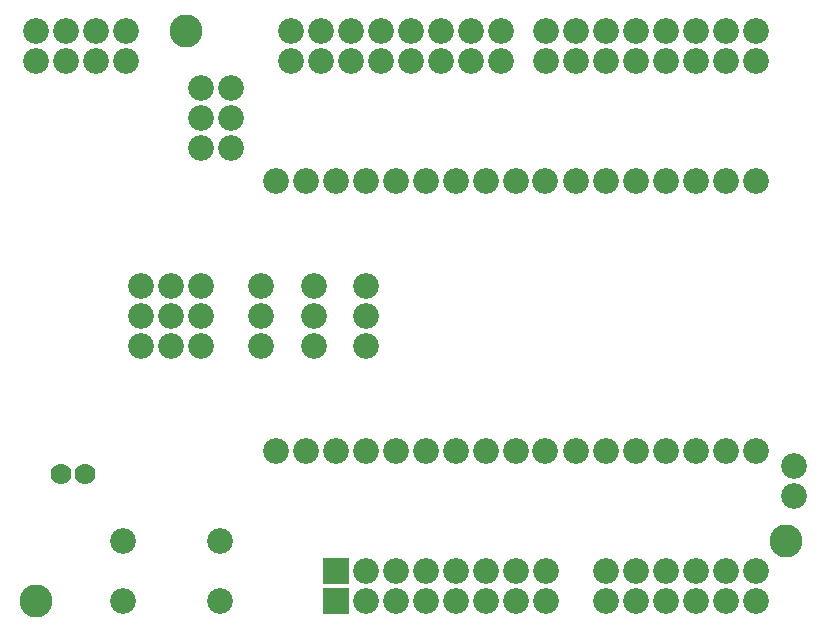
<source format=gbr>
G04 GERBER ASCII OUTPUT FROM: EDWINXP (VER. 1.61 REV. 20080915)*
G04 GERBER FORMAT: RX-274-X*
G04 BOARD: AMICUS_BLUETOOTH_SHIELD*
G04 ARTWORK OF SOLD.MASK POSITIVE*
%ASAXBY*%
%FSLAX23Y23*%
%MIA0B0*%
%MOIN*%
%OFA0.0000B0.0000*%
%SFA1B1*%
%IJA0B0*%
%INLAYER30POS*%
%IOA0B0*%
%IPPOS*%
%IR0*%
G04 APERTURE MACROS*
%AMEDWDONUT*
1,1,$1,$2,$3*
1,0,$4,$2,$3*
%
%AMEDWFRECT*
20,1,$1,$2,$3,$4,$5,$6*
%
%AMEDWORECT*
20,1,$1,$2,$3,$4,$5,$10*
20,1,$1,$4,$5,$6,$7,$10*
20,1,$1,$6,$7,$8,$9,$10*
20,1,$1,$8,$9,$2,$3,$10*
1,1,$1,$2,$3*
1,1,$1,$4,$5*
1,1,$1,$6,$7*
1,1,$1,$8,$9*
%
%AMEDWLINER*
20,1,$1,$2,$3,$4,$5,$6*
1,1,$1,$2,$3*
1,1,$1,$4,$5*
%
%AMEDWFTRNG*
4,1,3,$1,$2,$3,$4,$5,$6,$7,$8,$9*
%
%AMEDWATRNG*
4,1,3,$1,$2,$3,$4,$5,$6,$7,$8,$9*
20,1,$11,$1,$2,$3,$4,$10*
20,1,$11,$3,$4,$5,$6,$10*
20,1,$11,$5,$6,$7,$8,$10*
1,1,$11,$3,$4*
1,1,$11,$5,$6*
1,1,$11,$7,$8*
%
%AMEDWOTRNG*
20,1,$1,$2,$3,$4,$5,$8*
20,1,$1,$4,$5,$6,$7,$8*
20,1,$1,$6,$7,$2,$3,$8*
1,1,$1,$2,$3*
1,1,$1,$4,$5*
1,1,$1,$6,$7*
%
G04*
G04 APERTURE LIST*
%ADD10R,0.0500X0.0580*%
%ADD11R,0.0740X0.0820*%
%ADD12R,0.0400X0.0480*%
%ADD13R,0.0640X0.0720*%
%ADD14R,0.04724X0.05906*%
%ADD15R,0.07124X0.08306*%
%ADD16R,0.03937X0.05118*%
%ADD17R,0.06337X0.07518*%
%ADD18R,0.0860X0.0860*%
%ADD19R,0.1100X0.1100*%
%ADD20R,0.0700X0.0700*%
%ADD21R,0.0940X0.0940*%
%ADD22R,0.0700X0.0650*%
%ADD23R,0.0940X0.0890*%
%ADD24R,0.0600X0.0550*%
%ADD25R,0.0840X0.0790*%
%ADD26R,0.0650X0.0700*%
%ADD27R,0.0890X0.0940*%
%ADD28R,0.0550X0.0600*%
%ADD29R,0.0790X0.0840*%
%ADD30C,0.00039*%
%ADD32C,0.0010*%
%ADD34C,0.00118*%
%ADD36C,0.0020*%
%ADD37R,0.0020X0.0020*%
%ADD38C,0.0030*%
%ADD39R,0.0030X0.0030*%
%ADD40C,0.0040*%
%ADD41R,0.0040X0.0040*%
%ADD42C,0.00472*%
%ADD44C,0.0050*%
%ADD45R,0.0050X0.0050*%
%ADD46C,0.00512*%
%ADD47R,0.00512X0.00512*%
%ADD48C,0.00551*%
%ADD49R,0.00551X0.00551*%
%ADD50C,0.00591*%
%ADD51R,0.00591X0.00591*%
%ADD52C,0.00659*%
%ADD53R,0.00659X0.00659*%
%ADD54C,0.00787*%
%ADD55R,0.00787X0.00787*%
%ADD56C,0.00799*%
%ADD58C,0.0080*%
%ADD60C,0.00984*%
%ADD61R,0.00984X0.00984*%
%ADD62C,0.0100*%
%ADD63R,0.0100X0.0100*%
%ADD64C,0.01181*%
%ADD66C,0.0120*%
%ADD68C,0.0130*%
%ADD70C,0.0150*%
%ADD71R,0.0150X0.0150*%
%ADD72C,0.0160*%
%ADD74C,0.01969*%
%ADD75R,0.01969X0.01969*%
%ADD76C,0.0215*%
%ADD77R,0.0215X0.0215*%
%ADD78C,0.0215*%
%ADD79R,0.0215X0.0215*%
%ADD80C,0.02362*%
%ADD81R,0.02362X0.02362*%
%ADD82C,0.0240*%
%ADD83R,0.0240X0.0240*%
%ADD84C,0.0240*%
%ADD85R,0.0240X0.0240*%
%ADD86C,0.0250*%
%ADD87R,0.0250X0.0250*%
%ADD88C,0.0290*%
%ADD89R,0.0290X0.0290*%
%ADD90C,0.02912*%
%ADD91R,0.02912X0.02912*%
%ADD92C,0.02951*%
%ADD93R,0.02951X0.02951*%
%ADD94C,0.02991*%
%ADD95R,0.02991X0.02991*%
%ADD96C,0.0300*%
%ADD97R,0.0300X0.0300*%
%ADD98C,0.03059*%
%ADD99R,0.03059X0.03059*%
%ADD100C,0.03199*%
%ADD101R,0.03199X0.03199*%
%ADD102C,0.0320*%
%ADD103R,0.0320X0.0320*%
%ADD104C,0.0350*%
%ADD105R,0.0350X0.0350*%
%ADD106C,0.03581*%
%ADD108C,0.0360*%
%ADD110C,0.0370*%
%ADD112C,0.0390*%
%ADD113R,0.0390X0.0390*%
%ADD114C,0.03937*%
%ADD115R,0.03937X0.03937*%
%ADD116C,0.0400*%
%ADD117R,0.0400X0.0400*%
%ADD118C,0.04173*%
%ADD119R,0.04173X0.04173*%
%ADD120C,0.04299*%
%ADD121R,0.04299X0.04299*%
%ADD122C,0.0430*%
%ADD123R,0.0430X0.0430*%
%ADD124C,0.0450*%
%ADD125R,0.0450X0.0450*%
%ADD126C,0.0470*%
%ADD127R,0.0470X0.0470*%
%ADD128C,0.04724*%
%ADD129R,0.04724X0.04724*%
%ADD130C,0.04762*%
%ADD131R,0.04762X0.04762*%
%ADD132C,0.0490*%
%ADD133R,0.0490X0.0490*%
%ADD134C,0.0500*%
%ADD135R,0.0500X0.0500*%
%ADD136C,0.05118*%
%ADD137R,0.05118X0.05118*%
%ADD138C,0.0560*%
%ADD139R,0.0560X0.0560*%
%ADD140C,0.0570*%
%ADD141R,0.0570X0.0570*%
%ADD142C,0.0590*%
%ADD143R,0.0590X0.0590*%
%ADD144C,0.05906*%
%ADD145R,0.05906X0.05906*%
%ADD146C,0.0600*%
%ADD147R,0.0600X0.0600*%
%ADD148C,0.0620*%
%ADD149R,0.0620X0.0620*%
%ADD150C,0.06201*%
%ADD151R,0.06201X0.06201*%
%ADD152C,0.06337*%
%ADD153R,0.06337X0.06337*%
%ADD154C,0.0650*%
%ADD155R,0.0650X0.0650*%
%ADD156C,0.06693*%
%ADD157R,0.06693X0.06693*%
%ADD158C,0.06699*%
%ADD159R,0.06699X0.06699*%
%ADD160C,0.0670*%
%ADD161R,0.0670X0.0670*%
%ADD162C,0.0690*%
%ADD163R,0.0690X0.0690*%
%ADD164C,0.06906*%
%ADD165R,0.06906X0.06906*%
%ADD166C,0.0700*%
%ADD167R,0.0700X0.0700*%
%ADD168C,0.0710*%
%ADD169R,0.0710X0.0710*%
%ADD170C,0.07124*%
%ADD171R,0.07124X0.07124*%
%ADD172C,0.0740*%
%ADD173R,0.0740X0.0740*%
%ADD174C,0.0750*%
%ADD175R,0.0750X0.0750*%
%ADD176C,0.07598*%
%ADD178C,0.0760*%
%ADD180C,0.07874*%
%ADD182C,0.0800*%
%ADD183R,0.0800X0.0800*%
%ADD184C,0.0810*%
%ADD185R,0.0810X0.0810*%
%ADD186C,0.08306*%
%ADD187R,0.08306X0.08306*%
%ADD188C,0.0840*%
%ADD189R,0.0840X0.0840*%
%ADD190C,0.08598*%
%ADD192C,0.0860*%
%ADD193R,0.0860X0.0860*%
%ADD194C,0.08601*%
%ADD195R,0.08601X0.08601*%
%ADD196C,0.0870*%
%ADD197R,0.0870X0.0870*%
%ADD198C,0.0890*%
%ADD199R,0.0890X0.0890*%
%ADD200C,0.0900*%
%ADD201R,0.0900X0.0900*%
%ADD202C,0.09093*%
%ADD203R,0.09093X0.09093*%
%ADD204C,0.0940*%
%ADD205R,0.0940X0.0940*%
%ADD206C,0.0970*%
%ADD207R,0.0970X0.0970*%
%ADD208C,0.09843*%
%ADD209R,0.09843X0.09843*%
%ADD210C,0.0990*%
%ADD211R,0.0990X0.0990*%
%ADD212C,0.09998*%
%ADD214C,0.1000*%
%ADD215R,0.1000X0.1000*%
%ADD216C,0.10274*%
%ADD218C,0.1040*%
%ADD219R,0.1040X0.1040*%
%ADD220C,0.10998*%
%ADD222C,0.1100*%
%ADD223R,0.1100X0.1100*%
%ADD224C,0.1110*%
%ADD225R,0.1110X0.1110*%
%ADD226C,0.1120*%
%ADD227R,0.1120X0.1120*%
%ADD228C,0.1140*%
%ADD229R,0.1140X0.1140*%
%ADD230C,0.1150*%
%ADD231R,0.1150X0.1150*%
%ADD232C,0.1200*%
%ADD233R,0.1200X0.1200*%
%ADD234C,0.1210*%
%ADD235R,0.1210X0.1210*%
%ADD236C,0.1240*%
%ADD237R,0.1240X0.1240*%
%ADD238C,0.1250*%
%ADD239R,0.1250X0.1250*%
%ADD240C,0.12992*%
%ADD241R,0.12992X0.12992*%
%ADD242C,0.1300*%
%ADD243R,0.1300X0.1300*%
%ADD244C,0.1340*%
%ADD245R,0.1340X0.1340*%
%ADD246C,0.1390*%
%ADD247R,0.1390X0.1390*%
%ADD248C,0.1420*%
%ADD249R,0.1420X0.1420*%
%ADD250C,0.1440*%
%ADD251R,0.1440X0.1440*%
%ADD252C,0.1490*%
%ADD253R,0.1490X0.1490*%
%ADD254C,0.1520*%
%ADD255R,0.1520X0.1520*%
%ADD256C,0.15374*%
%ADD257R,0.15374X0.15374*%
%ADD258C,0.1540*%
%ADD259R,0.1540X0.1540*%
%ADD260C,0.1660*%
%ADD261R,0.1660X0.1660*%
%ADD262C,0.17323*%
%ADD264C,0.1760*%
%ADD265R,0.1760X0.1760*%
%ADD266C,0.17774*%
%ADD267R,0.17774X0.17774*%
%ADD268C,0.18504*%
%ADD270C,0.18898*%
%ADD272C,0.20904*%
%ADD274C,0.2126*%
%ADD276C,0.21298*%
%ADD278C,0.22835*%
%ADD281R,0.23622X0.23622*%
%ADD283R,0.24937X0.24937*%
%ADD285R,0.26022X0.26022*%
%ADD287R,0.27337X0.27337*%
%ADD289R,0.31496X0.31496*%
%ADD291R,0.32811X0.32811*%
%ADD293R,0.33896X0.33896*%
%ADD295R,0.35211X0.35211*%
%ADD296C,0.45211*%
%ADD297R,0.45211X0.45211*%
%ADD298C,0.55211*%
%ADD299R,0.55211X0.55211*%
%ADD300C,0.65211*%
%ADD301R,0.65211X0.65211*%
%ADD302C,0.75211*%
%ADD303R,0.75211X0.75211*%
%ADD304C,0.85211*%
%ADD305R,0.85211X0.85211*%
%ADD306C,0.95211*%
%ADD307R,0.95211X0.95211*%
%ADD308C,1.05211*%
%ADD309R,1.05211X1.05211*%
%ADD310C,1.15211*%
%ADD311R,1.15211X1.15211*%
%ADD312C,1.25211*%
%ADD313R,1.25211X1.25211*%
%ADD314C,1.35211*%
%ADD315R,1.35211X1.35211*%
%ADD316C,1.45211*%
%ADD317R,1.45211X1.45211*%
%ADD318C,1.55211*%
%ADD319R,1.55211X1.55211*%
%ADD320C,1.65211*%
%ADD321R,1.65211X1.65211*%
%ADD322C,1.75211*%
%ADD323R,1.75211X1.75211*%
%ADD324C,1.85211*%
%ADD325R,1.85211X1.85211*%
%ADD326C,1.95211*%
%ADD327R,1.95211X1.95211*%
G04*
D166*
X263Y525D02*D03*
X184Y525D02*D03*
D192*
X2500Y600D02*D03*
X2400Y600D02*D03*
X2300Y600D02*D03*
X2200Y600D02*D03*
X2100Y600D02*D03*
X1999Y600D02*D03*
X1901Y600D02*D03*
X1797Y600D02*D03*
X1700Y600D02*D03*
X1600Y600D02*D03*
X1500Y600D02*D03*
X1400Y600D02*D03*
X1300Y600D02*D03*
X1200Y600D02*D03*
X1100Y600D02*D03*
X1000Y600D02*D03*
X900Y600D02*D03*
X2500Y1500D02*D03*
X2400Y1500D02*D03*
X2300Y1500D02*D03*
X2200Y1500D02*D03*
X2100Y1500D02*D03*
X1999Y1500D02*D03*
X1901Y1500D02*D03*
X1797Y1500D02*D03*
X1700Y1500D02*D03*
X1600Y1500D02*D03*
X1500Y1500D02*D03*
X1400Y1500D02*D03*
X1300Y1500D02*D03*
X1200Y1500D02*D03*
X1100Y1500D02*D03*
X1000Y1500D02*D03*
X900Y1500D02*D03*
X1800Y2000D02*D03*
X1900Y2000D02*D03*
X2000Y2000D02*D03*
X2100Y2000D02*D03*
X2200Y2000D02*D03*
X2300Y2000D02*D03*
X2400Y2000D02*D03*
X2500Y2000D02*D03*
X1300Y100D02*D03*
X1400Y100D02*D03*
X1500Y100D02*D03*
X1600Y100D02*D03*
X1700Y100D02*D03*
X1800Y100D02*D03*
X950Y2000D02*D03*
X1050Y2000D02*D03*
X1150Y2000D02*D03*
X1250Y2000D02*D03*
X1350Y2000D02*D03*
X1450Y2000D02*D03*
X1550Y2000D02*D03*
X1650Y2000D02*D03*
X2000Y100D02*D03*
X2100Y100D02*D03*
X2200Y100D02*D03*
X2300Y100D02*D03*
X2400Y100D02*D03*
X2500Y100D02*D03*
D18* 
X1100Y200D02*D03*
D192*
X1200Y200D02*D03*
X1300Y200D02*D03*
X1400Y200D02*D03*
X1500Y200D02*D03*
X1600Y200D02*D03*
X1700Y200D02*D03*
X1800Y200D02*D03*
X100Y1900D02*D03*
X200Y1900D02*D03*
X300Y1900D02*D03*
X400Y1900D02*D03*
X2000Y200D02*D03*
X2100Y200D02*D03*
X2200Y200D02*D03*
X2300Y200D02*D03*
X2400Y200D02*D03*
X2500Y200D02*D03*
X950Y1900D02*D03*
X1050Y1900D02*D03*
X1150Y1900D02*D03*
X1250Y1900D02*D03*
X1350Y1900D02*D03*
X1450Y1900D02*D03*
X1550Y1900D02*D03*
X1650Y1900D02*D03*
X1800Y1900D02*D03*
X1900Y1900D02*D03*
X2000Y1900D02*D03*
X2100Y1900D02*D03*
X2200Y1900D02*D03*
X2300Y1900D02*D03*
X2400Y1900D02*D03*
X2500Y1900D02*D03*
D190*
X712Y100D02*D03*
X712Y300D02*D03*
X388Y300D02*D03*
X388Y100D02*D03*
D192*
X1200Y1150D02*D03*
X1200Y1050D02*D03*
X1200Y950D02*D03*
X1025Y1150D02*D03*
X1025Y1050D02*D03*
X1025Y950D02*D03*
X850Y1150D02*D03*
X850Y1050D02*D03*
X850Y950D02*D03*
X650Y1150D02*D03*
X650Y1050D02*D03*
X650Y950D02*D03*
X550Y1150D02*D03*
X550Y1050D02*D03*
X550Y950D02*D03*
X450Y1150D02*D03*
X450Y1050D02*D03*
X450Y950D02*D03*
X100Y2000D02*D03*
X200Y2000D02*D03*
X300Y2000D02*D03*
X400Y2000D02*D03*
X2625Y450D02*D03*
X2625Y550D02*D03*
X750Y1613D02*D03*
X750Y1713D02*D03*
X750Y1813D02*D03*
X650Y1613D02*D03*
X650Y1713D02*D03*
X650Y1813D02*D03*
D18* 
X1100Y100D02*D03*
D192*
X1200Y100D02*D03*
D222*
X100Y100D02*D03*
X600Y2000D02*D03*
X2600Y300D02*D03*
M02*

</source>
